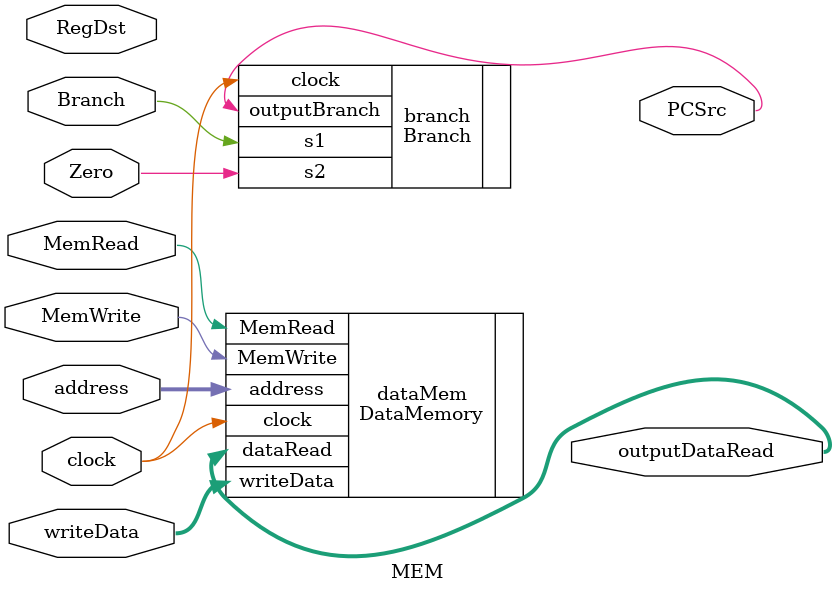
<source format=v>
`include "DataMemory.v"
`include "Branch.v"

module MEM(clock, MemRead, MemWrite, Zero, Branch, address, writeData, RegDst, PCSrc, outputDataRead);

    input clock;
    input MemRead;
    input MemWrite;
    input Zero;
    input Branch;
    input [15:0]address;
    input [15:0]writeData;
    input RegDst;

    output PCSrc;
    output [15:0]outputDataRead;


    DataMemory dataMem(
        .clock(clock),
        .MemRead(MemRead),
        .MemWrite(MemWrite),
        .address(address),
        .writeData(writeData),
        .dataRead(outputDataRead));


    Branch branch(
        .clock(clock),
        .s1(Branch),
        .s2(Zero),
        .outputBranch(PCSrc));

endmodule
</source>
